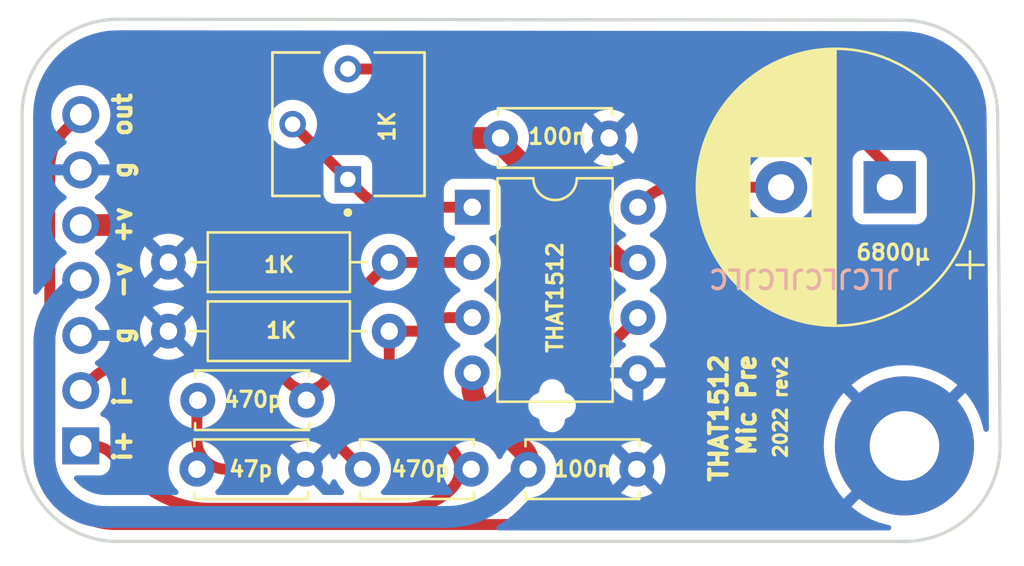
<source format=kicad_pcb>
(kicad_pcb (version 20211014) (generator pcbnew)
  (title_block (title "THAT1512 Mic Pre") (date "2022-04-22") (rev "2") (company "Triglav Modular"))
  (layers (0 "F.Cu" signal) (31 "B.Cu" signal) (34 "B.Paste" user) (35 "F.Paste" user) (36 "B.SilkS" user "B.Silkscreen") (37 "F.SilkS" user "F.Silkscreen") (38 "B.Mask" user) (39 "F.Mask" user) (44 "Edge.Cuts" user))
  (net 0 "")
  (net 1 "GND")
  (net 2 "Net-(C1-Pad1)")
  (net 3 "+In")
  (net 4 "-In")
  (net 5 "-15V")
  (net 6 "+15V")
  (net 7 "Net-(RV1-Pad3)")
  (net 8 "Net-(RV1-Pad1)")
  (net 9 "Out")
  (net 10 "Net-(U1-Pad8)")
  (footprint "Capacitor_THT:C_Disc_D5.0mm_W2.5mm_P5.00mm" (layer "F.Cu") (at 97.484315 70.3 180)
    (fp_text reference "C2" hide)
    (fp_text value "470p" (at 2.46 0.03) (layer "F.SilkS") (effects (font (size 0.7 0.7))))
    (fp_line (start 5.12 1.055) (end 5.12 1.37) (layer "F.SilkS") (width 0.12))
    (fp_line (start 5.12 -1.37) (end 5.12 -1.055) (layer "F.SilkS") (width 0.12))
    (fp_line (start -0.12 -1.37) (end 5.12 -1.37) (layer "F.SilkS") (width 0.12))
    (fp_line (start -0.12 1.37) (end 5.12 1.37) (layer "F.SilkS") (width 0.12))
    (fp_line (start -0.12 1.055) (end -0.12 1.37) (layer "F.SilkS") (width 0.12))
    (fp_line (start -0.12 -1.37) (end -0.12 -1.055) (layer "F.SilkS") (width 0.12))
    (pad "1" thru_hole circle locked (at 0 0 180) (size 1.6 1.6) (drill 0.8) (layers *.Cu *.Mask) (net 4 "-In"))
    (pad "2" thru_hole circle locked (at 5 0 180) (size 1.6 1.6) (drill 0.8) (layers *.Cu *.Mask) (net 2 "Net-(C1-Pad1)"))
  )
  (footprint "Capacitor_THT:C_Disc_D5.0mm_W2.5mm_P5.00mm" (layer "F.Cu") (at 92.444315 73.475)
    (fp_text reference "C3" hide)
    (fp_text value "47p" (at 2.48 -0.005) (layer "F.SilkS") (effects (font (size 0.7 0.7))))
    (fp_line (start 5.12 1.055) (end 5.12 1.37) (layer "F.SilkS") (width 0.12))
    (fp_line (start 5.12 -1.37) (end 5.12 -1.055) (layer "F.SilkS") (width 0.12))
    (fp_line (start -0.12 -1.37) (end 5.12 -1.37) (layer "F.SilkS") (width 0.12))
    (fp_line (start -0.12 -1.37) (end -0.12 -1.055) (layer "F.SilkS") (width 0.12))
    (fp_line (start -0.12 1.055) (end -0.12 1.37) (layer "F.SilkS") (width 0.12))
    (fp_line (start -0.12 1.37) (end 5.12 1.37) (layer "F.SilkS") (width 0.12))
    (pad "1" thru_hole circle locked (at 0 0) (size 1.6 1.6) (drill 0.8) (layers *.Cu *.Mask) (net 2 "Net-(C1-Pad1)"))
    (pad "2" thru_hole circle locked (at 5 0) (size 1.6 1.6) (drill 0.8) (layers *.Cu *.Mask) (net 1 "GND"))
  )
  (footprint "Package_DIP:DIP-8_W7.62mm" (layer "F.Cu") (at 105.114315 61.42)
    (fp_text reference "U1" hide)
    (fp_text value "THAT1512" (at 3.81 4.15 90) (layer "F.SilkS") (effects (font (size 0.7 0.7))))
    (fp_line (start 1.16 -1.33) (end 1.16 8.95) (layer "F.SilkS") (width 0.12))
    (fp_line (start 6.46 -1.33) (end 4.81 -1.33) (layer "F.SilkS") (width 0.12))
    (fp_line (start 2.81 -1.33) (end 1.16 -1.33) (layer "F.SilkS") (width 0.12))
    (fp_line (start 1.16 8.95) (end 6.46 8.95) (layer "F.SilkS") (width 0.12))
    (fp_line (start 6.46 8.95) (end 6.46 -1.33) (layer "F.SilkS") (width 0.12))
    (fp_arc (start 4.81 -1.33) (mid 3.81 -0.33) (end 2.81 -1.33) (layer "F.SilkS") (width 0.12))
    (pad "1" thru_hole rect locked (at 0 0) (size 1.6 1.6) (drill 0.8) (layers *.Cu *.Mask) (net 8 "Net-(RV1-Pad1)"))
    (pad "2" thru_hole oval locked (at 0 2.54) (size 1.6 1.6) (drill 0.8) (layers *.Cu *.Mask) (net 4 "-In"))
    (pad "3" thru_hole oval locked (at 0 5.08) (size 1.6 1.6) (drill 0.8) (layers *.Cu *.Mask) (net 3 "+In"))
    (pad "4" thru_hole oval locked (at 0 7.62) (size 1.6 1.6) (drill 0.8) (layers *.Cu *.Mask) (net 5 "-15V"))
    (pad "5" thru_hole oval locked (at 7.62 7.62) (size 1.6 1.6) (drill 0.8) (layers *.Cu *.Mask) (net 1 "GND"))
    (pad "6" thru_hole oval locked (at 7.62 5.08) (size 1.6 1.6) (drill 0.8) (layers *.Cu *.Mask) (net 9 "Out"))
    (pad "7" thru_hole oval locked (at 7.62 2.54) (size 1.6 1.6) (drill 0.8) (layers *.Cu *.Mask) (net 6 "+15V"))
    (pad "8" thru_hole oval locked (at 7.62 0) (size 1.6 1.6) (drill 0.8) (layers *.Cu *.Mask) (net 10 "Net-(U1-Pad8)"))
  )
  (footprint "MountingHole:MountingHole_3.2mm_M3_Pad" (layer "F.Cu") (at 125 72.4)
    (fp_text reference "H4" hide)
    (fp_text value "M3")
    (pad "1" thru_hole circle locked (at 0 0) (size 6.4 6.4) (drill 3.2) (layers *.Cu *.Mask) (net 1 "GND"))
  )
  (footprint "Resistor_THT:R_Axial_DIN0207_L6.3mm_D2.5mm_P10.16mm_Horizontal" (layer "F.Cu") (at 91.134315 67.125)
    (fp_text reference "R2" hide)
    (fp_text value "1K" (at 5.19 -0.032) (layer "F.SilkS") (effects (font (size 0.7 0.7))))
    (fp_line (start 8.35 -1.37) (end 1.81 -1.37) (layer "F.SilkS") (width 0.12))
    (fp_line (start 9.12 0) (end 8.35 0) (layer "F.SilkS") (width 0.12))
    (fp_line (start 1.81 -1.37) (end 1.81 1.37) (layer "F.SilkS") (width 0.12))
    (fp_line (start 8.35 1.37) (end 8.35 -1.37) (layer "F.SilkS") (width 0.12))
    (fp_line (start 1.81 1.37) (end 8.35 1.37) (layer "F.SilkS") (width 0.12))
    (fp_line (start 1.04 0) (end 1.81 0) (layer "F.SilkS") (width 0.12))
    (pad "1" thru_hole circle (at 0 0) (size 1.6 1.6) (drill 0.8) (layers *.Cu *.Mask) (net 1 "GND"))
    (pad "2" thru_hole oval (at 10.16 0) (size 1.6 1.6) (drill 0.8) (layers *.Cu *.Mask) (net 3 "+In"))
  )
  (footprint "Capacitor_THT:CP_Radial_D12.5mm_P5.00mm" (layer "F.Cu") (at 124.323959 60.5 180)
    (fp_text reference "C6" hide)
    (fp_text value "6800μ" (at -0.176041 -3 180) (layer "F.SilkS") (effects (font (size 0.7 0.7))))
    (fp_line (start 3.741 -6.209) (end 3.741 -1.44) (layer "F.SilkS") (width 0.12))
    (fp_line (start 3.901 -6.175) (end 3.901 -1.44) (layer "F.SilkS") (width 0.12))
    (fp_line (start 3.581 1.44) (end 3.581 6.238) (layer "F.SilkS") (width 0.12))
    (fp_line (start 5.261 -5.702) (end 5.261 -1.44) (layer "F.SilkS") (width 0.12))
    (fp_line (start 4.981 -5.828) (end 4.981 -1.44) (layer "F.SilkS") (width 0.12))
    (fp_line (start 8.661 -1.583) (end 8.661 1.583) (layer "F.SilkS") (width 0.12))
    (fp_line (start 7.941 -3.275) (end 7.941 3.275) (layer "F.SilkS") (width 0.12))
    (fp_line (start 6.861 -4.605) (end 6.861 4.605) (layer "F.SilkS") (width 0.12))
    (fp_line (start 2.58 -6.33) (end 2.58 6.33) (layer "F.SilkS") (width 0.12))
    (fp_line (start 6.101 -5.216) (end 6.101 -1.44) (layer "F.SilkS") (width 0.12))
    (fp_line (start 4.701 -5.939) (end 4.701 -1.44) (layer "F.SilkS") (width 0.12))
    (fp_line (start 8.101 -2.996) (end 8.101 2.996) (layer "F.SilkS") (width 0.12))
    (fp_line (start 4.461 1.44) (end 4.461 6.021) (layer "F.SilkS") (width 0.12))
    (fp_line (start 8.701 -1.422) (end 8.701 1.422) (layer "F.SilkS") (width 0.12))
    (fp_line (start 5.461 -5.601) (end 5.461 -1.44) (layer "F.SilkS") (width 0.12))
    (fp_line (start 4.781 -5.908) (end 4.781 -1.44) (layer "F.SilkS") (width 0.12))
    (fp_line (start 8.141 -2.921) (end 8.141 2.921) (layer "F.SilkS") (width 0.12))
    (fp_line (start 4.581 -5.981) (end 4.581 -1.44) (layer "F.SilkS") (width 0.12))
    (fp_line (start 3.301 -6.28) (end 3.301 6.28) (layer "F.SilkS") (width 0.12))
    (fp_line (start 4.381 -6.047) (end 4.381 -1.44) (layer "F.SilkS") (width 0.12))
    (fp_line (start 4.341 -6.059) (end 4.341 -1.44) (layer "F.SilkS") (width 0.12))
    (fp_line (start 3.461 -6.258) (end 3.461 6.258) (layer "F.SilkS") (width 0.12))
    (fp_line (start 5.381 -5.642) (end 5.381 -1.44) (layer "F.SilkS") (width 0.12))
    (fp_line (start 5.821 -5.397) (end 5.821 -1.44) (layer "F.SilkS") (width 0.12))
    (fp_line (start 2.9 -6.318) (end 2.9 6.318) (layer "F.SilkS") (width 0.12))
    (fp_line (start 2.98 -6.312) (end 2.98 6.312) (layer "F.SilkS") (width 0.12))
    (fp_line (start 3.1 -6.302) (end 3.1 6.302) (layer "F.SilkS") (width 0.12))
    (fp_line (start 7.061 -4.408) (end 7.061 4.408) (layer "F.SilkS") (width 0.12))
    (fp_line (start 8.821 -0.757) (end 8.821 0.757) (layer "F.SilkS") (width 0.12))
    (fp_line (start 7.861 -3.402) (end 7.861 3.402) (layer "F.SilkS") (width 0.12))
    (fp_line (start 6.061 -5.243) (end 6.061 -1.44) (layer "F.SilkS") (width 0.12))
    (fp_line (start 5.541 1.44) (end 5.541 5.558) (layer "F.SilkS") (width 0.12))
    (fp_line (start 4.741 -5.924) (end 4.741 -1.44) (layer "F.SilkS") (width 0.12))
    (fp_line (start 6.981 -4.489) (end 6.981 4.489) (layer "F.SilkS") (width 0.12))
    (fp_line (start 8.581 -1.861) (end 8.581 1.861) (layer "F.SilkS") (width 0.12))
    (fp_line (start 3.941 1.44) (end 3.941 6.166) (layer "F.SilkS") (width 0.12))
    (fp_line (start 7.101 -4.367) (end 7.101 4.367) (layer "F.SilkS") (width 0.12))
    (fp_line (start 5.461 1.44) (end 5.461 5.601) (layer "F.SilkS") (width 0.12))
    (fp_line (start 5.181 1.44) (end 5.181 5.739) (layer "F.SilkS") (width 0.12))
    (fp_line (start 8.861 -0.317) (end 8.861 0.317) (layer "F.SilkS") (width 0.12))
    (fp_line (start 8.221 -2.764) (end 8.221 2.764) (layer "F.SilkS") (width 0.12))
    (fp_line (start 5.341 -5.662) (end 5.341 -1.44) (layer "F.SilkS") (width 0.12))
    (fp_line (start 6.141 1.44) (end 6.141 5.188) (layer "F.SilkS") (width 0.12))
    (fp_line (start 3.18 -6.294) (end 3.18 6.294) (layer "F.SilkS") (width 0.12))
    (fp_line (start 4.621 -5.967) (end 4.621 -1.44) (layer "F.SilkS") (width 0.12))
    (fp_line (start 6.381 -5.012) (end 6.381 -1.44) (layer "F.SilkS") (width 0.12))
    (fp_line (start 8.741 -1.241) (end 8.741 1.241) (layer "F.SilkS") (width 0.12))
    (fp_line (start 5.661 -5.491) (end 5.661 -1.44) (layer "F.SilkS") (width 0.12))
    (fp_line (start 5.421 1.44) (end 5.421 5.622) (layer "F.SilkS") (width 0.12))
    (fp_line (start 5.221 1.44) (end 5.221 5.721) (layer "F.SilkS") (width 0.12))
    (fp_line (start 4.861 1.44) (end 4.861 5.877) (layer "F.SilkS") (width 0.12))
    (fp_line (start 3.621 1.44) (end 3.621 6.231) (layer "F.SilkS") (width 0.12))
    (fp_line (start 3.701 -6.216) (end 3.701 -1.44) (layer "F.SilkS") (width 0.12))
    (fp_line (start 5.861 -5.372) (end 5.861 -1.44) (layer "F.SilkS") (width 0.12))
    (fp_line (start 4.981 1.44) (end 4.981 5.828) (layer "F.SilkS") (width 0.12))
    (fp_line (start 4.781 1.44) (end 4.781 5.908) (layer "F.SilkS") (width 0.12))
    (fp_line (start 6.341 1.44) (end 6.341 5.043) (layer "F.SilkS") (width 0.12))
    (fp_line (start -3.692082 -4.2) (end -3.692082 -2.95) (layer "F.SilkS") (width 0.12))
    (fp_line (start 5.621 1.44) (end 5.621 5.514) (layer "F.SilkS") (width 0.12))
    (fp_line (start 4.941 1.44) (end 4.941 5.845) (layer "F.SilkS") (width 0.12))
    (fp_line (start 8.781 -1.028) (end 8.781 1.028) (layer "F.SilkS") (width 0.12))
    (fp_line (start 5.621 -5.514) (end 5.621 -1.44) (layer "F.SilkS") (width 0.12))
    (fp_line (start 4.421 1.44) (end 4.421 6.034) (layer "F.SilkS") (width 0.12))
    (fp_line (start 5.101 -5.776) (end 5.101 -1.44) (layer "F.SilkS") (width 0.12))
    (fp_line (start 6.421 1.44) (end 6.421 4.982) (layer "F.SilkS") (width 0.12))
    (fp_line (start 7.741 -3.583) (end 7.741 3.583) (layer "F.SilkS") (width 0.12))
    (fp_line (start 3.02 -6.309) (end 3.02 6.309) (layer "F.SilkS") (width 0.12))
    (fp_line (start 7.261 -4.194) (end 7.261 4.194) (layer "F.SilkS") (width 0.12))
    (fp_line (start 6.101 1.44) (end 6.101 5.216) (layer "F.SilkS") (width 0.12))
    (fp_line (start 4.061 -6.137) (end 4.061 -1.44) (layer "F.SilkS") (width 0.12))
    (fp_line (start 6.261 1.44) (end 6.261 5.102) (layer "F.SilkS") (width 0.12))
    (fp_line (start 5.901 -5.347) (end 5.901 -1.44) (layer "F.SilkS") (width 0.12))
    (fp_line (start 8.421 -2.312) (end 8.421 2.312) (layer "F.SilkS") (width 0.12))
    (fp_line (start 4.061 1.44) (end 4.061 6.137) (layer "F.SilkS") (width 0.12))
    (fp_line (start 7.341 -4.102) (end 7.341 4.102) (layer "F.SilkS") (width 0.12))
    (fp_line (start 3.981 1.44) (end 3.981 6.156) (layer "F.SilkS") (width 0.12))
    (fp_line (start 4.261 1.44) (end 4.261 6.083) (layer "F.SilkS") (width 0.12))
    (fp_line (start 5.941 1.44) (end 5.941 5.322) (layer "F.SilkS") (width 0.12))
    (fp_line (start 5.301 -5.682) (end 5.301 -1.44) (layer "F.SilkS") (width 0.12))
    (fp_line (start 4.301 -6.071) (end 4.301 -1.44) (layer "F.SilkS") (width 0.12))
    (fp_line (start 4.741 1.44) (end 4.741 5.924) (layer "F.SilkS") (width 0.12))
    (fp_line (start 5.061 -5.793) (end 5.061 -1.44) (layer "F.SilkS") (width 0.12))
    (fp_line (start 4.021 -6.146) (end 4.021 -1.44) (layer "F.SilkS") (width 0.12))
    (fp_line (start 5.821 1.44) (end 5.821 5.397) (layer "F.SilkS") (width 0.12))
    (fp_line (start 7.581 -3.804) (end 7.581 3.804) (layer "F.SilkS") (width 0.12))
    (fp_line (start 3.261 -6.285) (end 3.261 6.285) (layer "F.SilkS") (width 0.12))
    (fp_line (start -4.317082 -3.575) (end -3.067082 -3.575) (layer "F.SilkS") (width 0.12))
    (fp_line (start 4.661 -5.953) (end 4.661 -1.44) (layer "F.SilkS") (width 0.12))
    (fp_line (start 7.701 -3.64) (end 7.701 3.64) (layer "F.SilkS") (width 0.12))
    (fp_line (start 5.141 -5.758) (end 5.141 -1.44) (layer "F.SilkS") (width 0.12))
    (fp_line (start 6.221 1.44) (end 6.221 5.131) (layer "F.SilkS") (width 0.12))
    (fp_line (start 7.301 -4.148) (end 7.301 4.148) (layer "F.SilkS") (width 0.12))
    (fp_line (start 3.781 -6.201) (end 3.781 -1.44) (layer "F.SilkS") (width 0.12))
    (fp_line (start 5.901 1.44) (end 5.901 5.347) (layer "F.SilkS") (width 0.12))
    (fp_line (start 3.861 -6.184) (end 3.861 -1.44) (layer "F.SilkS") (width 0.12))
    (fp_line (start 6.581 -4.852) (end 6.581 4.852) (layer "F.SilkS") (width 0.12))
    (fp_line (start 5.221 -5.721) (end 5.221 -1.44) (layer "F.SilkS") (width 0.12))
    (fp_line (start 3.981 -6.156) (end 3.981 -1.44) (layer "F.SilkS") (width 0.12))
    (fp_line (start 5.541 -5.558) (end 5.541 -1.44) (layer "F.SilkS") (width 0.12))
    (fp_line (start 6.941 -4.528) (end 6.941 4.528) (layer "F.SilkS") (width 0.12))
    (fp_line (start 5.381 1.44) (end 5.381 5.642) (layer "F.SilkS") (width 0.12))
    (fp_line (start 5.661 1.44) (end 5.661 5.491) (layer "F.SilkS") (width 0.12))
    (fp_line (start 7.461 -3.957) (end 7.461 3.957) (layer "F.SilkS") (width 0.12))
    (fp_line (start 6.781 -4.678) (end 6.781 4.678) (layer "F.SilkS") (width 0.12))
    (fp_line (start 4.341 1.44) (end 4.341 6.059) (layer "F.SilkS") (width 0.12))
    (fp_line (start 4.301 1.44) (end 4.301 6.071) (layer "F.SilkS") (width 0.12))
    (fp_line (start 7.181 -4.282) (end 7.181 4.282) (layer "F.SilkS") (width 0.12))
    (fp_line (start 4.901 1.44) (end 4.901 5.861) (layer "F.SilkS") (width 0.12))
    (fp_line (start 5.581 -5.536) (end 5.581 -1.44) (layer "F.SilkS") (width 0.12))
    (fp_line (start 6.181 1.44) (end 6.181 5.16) (layer "F.SilkS") (width 0.12))
    (fp_line (start 6.501 -4.918) (end 6.501 4.918) (layer "F.SilkS") (width 0.12))
    (fp_line (start 5.581 1.44) (end 5.581 5.536) (layer "F.SilkS") (width 0.12))
    (fp_line (start 7.981 -3.208) (end 7.981 3.208) (layer "F.SilkS") (width 0.12))
    (fp_line (start 6.061 1.44) (end 6.061 5.243) (layer "F.SilkS") (width 0.12))
    (fp_line (start 7.821 -3.464) (end 7.821 3.464) (layer "F.SilkS") (width 0.12))
    (fp_line (start 6.141 -5.188) (end 6.141 -1.44) (layer "F.SilkS") (width 0.12))
    (fp_line (start 8.061 -3.069) (end 8.061 3.069) (layer "F.SilkS") (width 0.12))
    (fp_line (start 7.021 -4.449) (end 7.021 4.449) (layer "F.SilkS") (width 0.12))
    (fp_line (start 2.7 -6.327) (end 2.7 6.327) (layer "F.SilkS") (width 0.12))
    (fp_line (start 4.101 -6.126) (end 4.101 -1.44) (layer "F.SilkS") (width 0.12))
    (fp_line (start 4.461 -6.021) (end 4.461 -1.44) (layer "F.SilkS") (width 0.12))
    (fp_line (start 5.021 -5.811) (end 5.021 -1.44) (layer "F.SilkS") (width 0.12))
    (fp_line (start 4.501 -6.008) (end 4.501 -1.44) (layer "F.SilkS") (width 0.12))
    (fp_line (start 7.901 -3.339) (end 7.901 3.339) (layer "F.SilkS") (width 0.12))
    (fp_line (start 4.181 1.44) (end 4.181 6.105) (layer "F.SilkS") (width 0.12))
    (fp_line (start 6.661 -4.785) (end 6.661 4.785) (layer "F.SilkS") (width 0.12))
    (fp_line (start 8.341 -2.504) (end 8.341 2.504) (layer "F.SilkS") (width 0.12))
    (fp_line (start 2.74 -6.326) (end 2.74 6.326) (layer "F.SilkS") (width 0.12))
    (fp_line (start 5.141 1.44) (end 5.141 5.758) (layer "F.SilkS") (width 0.12))
    (fp_line (start 7.221 -4.238) (end 7.221 4.238) (layer "F.SilkS") (width 0.12))
    (fp_line (start 4.221 1.44) (end 4.221 6.094) (layer "F.SilkS") (width 0.12))
    (fp_line (start 6.181 -5.16) (end 6.181 -1.44) (layer "F.SilkS") (width 0.12))
    (fp_line (start 7.661 -3.696) (end 7.661 3.696) (layer "F.SilkS") (width 0.12))
    (fp_line (start 3.501 -6.252) (end 3.501 6.252) (layer "F.SilkS") (width 0.12))
    (fp_line (start 4.621 1.44) (end 4.621 5.967) (layer "F.SilkS") (width 0.12))
    (fp_line (start 5.781 1.44) (end 5.781 5.421) (layer "F.SilkS") (width 0.12))
    (fp_line (start 2.78 -6.324) (end 2.78 6.324) (layer "F.SilkS") (width 0.12))
    (fp_line (start 5.781 -5.421) (end 5.781 -1.44) (layer "F.SilkS") (width 0.12))
    (fp_line (start 8.501 -2.1) (end 8.501 2.1) (layer "F.SilkS") (width 0.12))
    (fp_line (start 2.62 -6.329) (end 2.62 6.329) (layer "F.SilkS") (width 0.12))
    (fp_line (start 3.941 -6.166) (end 3.941 -1.44) (layer "F.SilkS") (width 0.12))
    (fp_line (start 7.621 -3.75) (end 7.621 3.75) (layer "F.SilkS") (width 0.12))
    (fp_line (start 3.701 1.44) (end 3.701 6.216) (layer "F.SilkS") (width 0.12))
    (fp_line (start 3.781 1.44) (end 3.781 6.201) (layer "F.SilkS") (width 0.12))
    (fp_line (start 8.541 -1.984) (end 8.541 1.984) (layer "F.SilkS") (width 0.12))
    (fp_line (start 3.661 -6.224) (end 3.661 -1.44) (layer "F.SilkS") (width 0.12))
    (fp_line (start 5.861 1.44) (end 5.861 5.372) (layer "F.SilkS") (width 0.12))
    (fp_line (start 8.021 -3.14) (end 8.021 3.14) (layer "F.SilkS") (width 0.12))
    (fp_line (start 6.341 -5.043) (end 6.341 -1.44) (layer "F.SilkS") (width 0.12))
    (fp_line (start 4.101 1.44) (end 4.101 6.126) (layer "F.SilkS") (width 0.12))
    (fp_line (start 6.901 -4.567) (end 6.901 4.567) (layer "F.SilkS") (width 0.12))
    (fp_line (start 4.261 -6.083) (end 4.261 -1.44) (layer "F.SilkS") (width 0.12))
    (fp_line (start 6.021 1.44) (end 6.021 5.27) (layer "F.SilkS") (width 0.12))
    (fp_line (start 2.94 -6.315) (end 2.94 6.315) (layer "F.SilkS") (width 0.12))
    (fp_line (start 5.701 1.44) (end 5.701 5.468) (layer "F.SilkS") (width 0.12))
    (fp_line (start 7.381 -4.055) (end 7.381 4.055) (layer "F.SilkS") (width 0.12))
    (fp_line (start 7.421 -4.007) (end 7.421 4.007) (layer "F.SilkS") (width 0.12))
    (fp_line (start 4.581 1.44) (end 4.581 5.981) (layer "F.SilkS") (width 0.12))
    (fp_line (start 4.021 1.44) (end 4.021 6.146) (layer "F.SilkS") (width 0.12))
    (fp_line (start 5.981 1.44) (end 5.981 5.296) (layer "F.SilkS") (width 0.12))
    (fp_line (start 4.141 1.44) (end 4.141 6.116) (layer "F.SilkS") (width 0.12))
    (fp_line (start 4.701 1.44) (end 4.701 5.939) (layer "F.SilkS") (width 0.12))
    (fp_line (start 5.341 1.44) (end 5.341 5.662) (layer "F.SilkS") (width 0.12))
    (fp_line (start 8.461 -2.209) (end 8.461 2.209) (layer "F.SilkS") (width 0.12))
    (fp_line (start 3.821 -6.192) (end 3.821 -1.44) (layer "F.SilkS") (width 0.12))
    (fp_line (start 4.821 1.44) (end 4.821 5.893) (layer "F.SilkS") (width 0.12))
    (fp_line (start 4.501 1.44) (end 4.501 6.008) (layer "F.SilkS") (width 0.12))
    (fp_line (start 6.221 -5.131) (end 6.221 -1.44) (layer "F.SilkS") (width 0.12))
    (fp_line (start 5.061 1.44) (end 5.061 5.793) (layer "F.SilkS") (width 0.12))
    (fp_line (start 3.861 1.44) (end 3.861 6.184) (layer "F.SilkS") (width 0.12))
    (fp_line (start 4.421 -6.034) (end 4.421 -1.44) (layer "F.SilkS") (width 0.12))
    (fp_line (start 5.741 -5.445) (end 5.741 -1.44) (layer "F.SilkS") (width 0.12))
    (fp_line (start 5.701 -5.468) (end 5.701 -1.44) (layer "F.SilkS") (width 0.12))
    (fp_line (start 8.381 -2.41) (end 8.381 2.41) (layer "F.SilkS") (width 0.12))
    (fp_line (start 5.021 1.44) (end 5.021 5.811) (layer "F.SilkS") (width 0.12))
    (fp_line (start 3.221 -6.29) (end 3.221 6.29) (layer "F.SilkS") (width 0.12))
    (fp_line (start 3.621 -6.231) (end 3.621 -1.44) (layer "F.SilkS") (width 0.12))
    (fp_line (start 2.66 -6.328) (end 2.66 6.328) (layer "F.SilkS") (width 0.12))
    (fp_line (start 5.981 -5.296) (end 5.981 -1.44) (layer "F.SilkS") (width 0.12))
    (fp_line (start 8.301 -2.594) (end 8.301 2.594) (layer "F.SilkS") (width 0.12))
    (fp_line (start 5.181 -5.739) (end 5.181 -1.44) (layer "F.SilkS") (width 0.12))
    (fp_line (start 6.381 1.44) (end 6.381 5.012) (layer "F.SilkS") (width 0.12))
    (fp_line (start 6.821 -4.642) (end 6.821 4.642) (layer "F.SilkS") (width 0.12))
    (fp_line (start 4.661 1.44) (end 4.661 5.953) (layer "F.SilkS") (width 0.12))
    (fp_line (start 2.54 -6.33) (end 2.54 6.33) (layer "F.SilkS") (width 0.12))
    (fp_line (start 6.541 -4.885) (end 6.541 4.885) (layer "F.SilkS") (width 0.12))
    (fp_line (start 3.661 1.44) (end 3.661 6.224) (layer "F.SilkS") (width 0.12))
    (fp_line (start 5.261 1.44) (end 5.261 5.702) (layer "F.SilkS") (width 0.12))
    (fp_line (start 2.86 -6.32) (end 2.86 6.32) (layer "F.SilkS") (width 0.12))
    (fp_line (start 3.341 -6.275) (end 3.341 6.275) (layer "F.SilkS") (width 0.12))
    (fp_line (start 6.421 -4.982) (end 6.421 -1.44) (layer "F.SilkS") (width 0.12))
    (fp_line (start 4.541 1.44) (end 4.541 5.995) (layer "F.SilkS") (width 0.12))
    (fp_line (start 3.741 1.44) (end 3.741 6.209) (layer "F.SilkS") (width 0.12))
    (fp_line (start 2.5 -6.33) (end 2.5 6.33) (layer "F.SilkS") (width 0.12))
    (fp_line (start 6.301 -5.073) (end 6.301 -1.44) (layer "F.SilkS") (width 0.12))
    (fp_line (start 3.421 -6.264) (end 3.421 6.264) (layer "F.SilkS") (width 0.12))
    (fp_line (start 5.741 1.44) (end 5.741 5.445) (layer "F.SilkS") (width 0.12))
    (fp_line (start 6.741 -4.714) (end 6.741 4.714) (layer "F.SilkS") (width 0.12))
    (fp_line (start 4.821 -5.893) (end 4.821 -1.44) (layer "F.SilkS") (width 0.12))
    (fp_line (start 7.781 -3.524) (end 7.781 3.524) (layer "F.SilkS") (width 0.12))
    (fp_line (start 4.941 -5.845) (end 4.941 -1.44) (layer "F.SilkS") (width 0.12))
    (fp_line (start 4.901 -5.861) (end 4.901 -1.44) (layer "F.SilkS") (width 0.12))
    (fp_line (start 6.621 -4.819) (end 6.621 4.819) (layer "F.SilkS") (width 0.12))
    (fp_line (start 4.141 -6.116) (end 4.141 -1.44) (layer "F.SilkS") (width 0.12))
    (fp_line (start 5.501 1.44) (end 5.501 5.58) (layer "F.SilkS") (width 0.12))
    (fp_line (start 5.941 -5.322) (end 5.941 -1.44) (layer "F.SilkS") (width 0.12))
    (fp_line (start 5.501 -5.58) (end 5.501 -1.44) (layer "F.SilkS") (width 0.12))
    (fp_line (start 7.141 -4.325) (end 7.141 4.325) (layer "F.SilkS") (width 0.12))
    (fp_line (start 3.581 -6.238) (end 3.581 -1.44) (layer "F.SilkS") (width 0.12))
    (fp_line (start 7.501 -3.907) (end 7.501 3.907) (layer "F.SilkS") (width 0.12))
    (fp_line (start 6.021 -5.27) (end 6.021 -1.44) (layer "F.SilkS") (width 0.12))
    (fp_line (start 6.301 1.44) (end 6.301 5.073) (layer "F.SilkS") (width 0.12))
    (fp_line (start 3.06 -6.306) (end 3.06 6.306) (layer "F.SilkS") (width 0.12))
    (fp_line (start 4.181 -6.105) (end 4.181 -1.44) (layer "F.SilkS") (width 0.12))
    (fp_line (start 6.261 -5.102) (end 6.261 -1.44) (layer "F.SilkS") (width 0.12))
    (fp_line (start 8.181 -2.844) (end 8.181 2.844) (layer "F.SilkS") (width 0.12))
    (fp_line (start 8.261 -2.681) (end 8.261 2.681) (layer "F.SilkS") (width 0.12))
    (fp_line (start 3.901 1.44) (end 3.901 6.175) (layer "F.SilkS") (width 0.12))
    (fp_line (start 4.541 -5.995) (end 4.541 -1.44) (layer "F.SilkS") (width 0.12))
    (fp_line (start 3.821 1.44) (end 3.821 6.192) (layer "F.SilkS") (width 0.12))
    (fp_line (start 2.82 -6.322) (end 2.82 6.322) (layer "F.SilkS") (width 0.12))
    (fp_line (start 6.461 -4.95) (end 6.461 4.95) (layer "F.SilkS") (width 0.12))
    (fp_line (start 5.421 -5.622) (end 5.421 -1.44) (layer "F.SilkS") (width 0.12))
    (fp_line (start 4.381 1.44) (end 4.381 6.047) (layer "F.SilkS") (width 0.12))
    (fp_line (start 4.861 -5.877) (end 4.861 -1.44) (layer "F.SilkS") (width 0.12))
    (fp_line (start 7.541 -3.856) (end 7.541 3.856) (layer "F.SilkS") (width 0.12))
    (fp_line (start 5.301 1.44) (end 5.301 5.682) (layer "F.SilkS") (width 0.12))
    (fp_line (start 8.621 -1.728) (end 8.621 1.728) (layer "F.SilkS") (width 0.12))
    (fp_line (start 6.701 -4.75) (end 6.701 4.75) (layer "F.SilkS") (width 0.12))
    (fp_line (start 3.14 -6.298) (end 3.14 6.298) (layer "F.SilkS") (width 0.12))
    (fp_line (start 4.221 -6.094) (end 4.221 -1.44) (layer "F.SilkS") (width 0.12))
    (fp_line (start 5.101 1.44) (end 5.101 5.776) (layer "F.SilkS") (width 0.12))
    (fp_line (start 3.541 -6.245) (end 3.541 6.245) (layer "F.SilkS") (width 0.12))
    (fp_line (start 3.381 -6.269) (end 3.381 6.269) (layer "F.SilkS") (width 0.12))
    (fp_circle (center 2.5 0) (end 8.87 0) (layer "F.SilkS") (width 0.12) (fill none))
    (pad "1" thru_hole rect locked (at 0 0 180) (size 2.4 2.4) (drill 1.2) (layers *.Cu *.Mask) (net 7 "Net-(RV1-Pad3)"))
    (pad "2" thru_hole circle locked (at 5 0 180) (size 2.4 2.4) (drill 1.2) (layers *.Cu *.Mask) (net 10 "Net-(U1-Pad8)"))
  )
  (footprint "Capacitor_THT:C_Disc_D5.0mm_W2.5mm_P5.00mm" (layer "F.Cu") (at 112.684315 73.475 180)
    (fp_text reference "C4" hide)
    (fp_text value "100n" (at 2.5 0.005) (layer "F.SilkS") (effects (font (size 0.7 0.7))))
    (fp_line (start 5.12 -1.37) (end 5.12 -1.055) (layer "F.SilkS") (width 0.12))
    (fp_line (start 5.12 1.055) (end 5.12 1.37) (layer "F.SilkS") (width 0.12))
    (fp_line (start -0.12 -1.37) (end 5.12 -1.37) (layer "F.SilkS") (width 0.12))
    (fp_line (start -0.12 1.37) (end 5.12 1.37) (layer "F.SilkS") (width 0.12))
    (fp_line (start -0.12 1.055) (end -0.12 1.37) (layer "F.SilkS") (width 0.12))
    (fp_line (start -0.12 -1.37) (end -0.12 -1.055) (layer "F.SilkS") (width 0.12))
    (pad "1" thru_hole circle (at 0 0 180) (size 1.6 1.6) (drill 0.8) (layers *.Cu *.Mask) (net 1 "GND"))
    (pad "2" thru_hole circle (at 5 0 180) (size 1.6 1.6) (drill 0.8) (layers *.Cu *.Mask) (net 5 "-15V"))
  )
  (footprint "Resistor_THT:R_Axial_DIN0207_L6.3mm_D2.5mm_P10.16mm_Horizontal" (layer "F.Cu") (at 91.134315 63.95)
    (fp_text reference "R1" hide)
    (fp_text value "1K" (at 5.09 0.12) (layer "F.SilkS") (effects (font (size 0.7 0.7))))
    (fp_line (start 8.35 -1.37) (end 1.81 -1.37) (layer "F.SilkS") (width 0.12))
    (fp_line (start 1.81 1.37) (end 8.35 1.37) (layer "F.SilkS") (width 0.12))
    (fp_line (start 1.81 -1.37) (end 1.81 1.37) (layer "F.SilkS") (width 0.12))
    (fp_line (start 8.35 1.37) (end 8.35 -1.37) (layer "F.SilkS") (width 0.12))
    (fp_line (start 1.04 0) (end 1.81 0) (layer "F.SilkS") (width 0.12))
    (fp_line (start 9.12 0) (end 8.35 0) (layer "F.SilkS") (width 0.12))
    (pad "1" thru_hole circle (at 0 0) (size 1.6 1.6) (drill 0.8) (layers *.Cu *.Mask) (net 1 "GND"))
    (pad "2" thru_hole oval (at 10.16 0) (size 1.6 1.6) (drill 0.8) (layers *.Cu *.Mask) (net 4 "-In"))
  )
  (footprint "Capacitor_THT:C_Disc_D5.0mm_W2.5mm_P5.00mm" (layer "F.Cu") (at 100.064315 73.475)
    (fp_text reference "C1" hide)
    (fp_text value "470p" (at 2.66 -0.005) (layer "F.SilkS") (effects (font (size 0.7 0.7))))
    (fp_line (start 5.12 1.055) (end 5.12 1.37) (layer "F.SilkS") (width 0.12))
    (fp_line (start 5.12 -1.37) (end 5.12 -1.055) (layer "F.SilkS") (width 0.12))
    (fp_line (start -0.12 -1.37) (end 5.12 -1.37) (layer "F.SilkS") (width 0.12))
    (fp_line (start -0.12 1.055) (end -0.12 1.37) (layer "F.SilkS") (width 0.12))
    (fp_line (start -0.12 1.37) (end 5.12 1.37) (layer "F.SilkS") (width 0.12))
    (fp_line (start -0.12 -1.37) (end -0.12 -1.055) (layer "F.SilkS") (width 0.12))
    (pad "1" thru_hole circle (at 0 0) (size 1.6 1.6) (drill 0.8) (layers *.Cu *.Mask) (net 2 "Net-(C1-Pad1)"))
    (pad "2" thru_hole circle (at 5 0) (size 1.6 1.6) (drill 0.8) (layers *.Cu *.Mask) (net 3 "+In"))
  )
  (footprint "Connector_PinHeader_2.54mm:PinHeader_1x07_P2.54mm_Vertical" (layer "F.Cu") (at 87.1 72.4 180)
    (fp_text reference "J1" hide)
    (fp_text value "Conn_01x07_Female" hide)
    (pad "1" thru_hole rect (at 0 0 180) (size 1.7 1.7) (drill 1) (layers *.Cu *.Mask) (net 3 "+In"))
    (pad "2" thru_hole oval (at 0 2.54 180) (size 1.7 1.7) (drill 1) (layers *.Cu *.Mask) (net 4 "-In"))
    (pad "3" thru_hole oval (at 0 5.08 180) (size 1.7 1.7) (drill 1) (layers *.Cu *.Mask) (net 1 "GND"))
    (pad "4" thru_hole oval (at 0 7.62 180) (size 1.7 1.7) (drill 1) (layers *.Cu *.Mask) (net 5 "-15V"))
    (pad "5" thru_hole oval (at 0 10.16 180) (size 1.7 1.7) (drill 1) (layers *.Cu *.Mask) (net 6 "+15V"))
    (pad "6" thru_hole oval (at 0 12.7 180) (size 1.7 1.7) (drill 1) (layers *.Cu *.Mask) (net 1 "GND"))
    (pad "7" thru_hole oval (at 0 15.24 180) (size 1.7 1.7) (drill 1) (layers *.Cu *.Mask) (net 9 "Out"))
  )
  (footprint "Capacitor_THT:C_Disc_D5.0mm_W2.5mm_P5.00mm" (layer "F.Cu") (at 111.414315 58.235 180)
    (fp_text reference "C5" hide)
    (fp_text value "100n" (at 2.39 0.065) (layer "F.SilkS") (effects (font (size 0.7 0.7))))
    (fp_line (start -0.12 -1.37) (end 5.12 -1.37) (layer "F.SilkS") (width 0.12))
    (fp_line (start -0.12 1.055) (end -0.12 1.37) (layer "F.SilkS") (width 0.12))
    (fp_line (start 5.12 1.055) (end 5.12 1.37) (layer "F.SilkS") (width 0.12))
    (fp_line (start -0.12 -1.37) (end -0.12 -1.055) (layer "F.SilkS") (width 0.12))
    (fp_line (start -0.12 1.37) (end 5.12 1.37) (layer "F.SilkS") (width 0.12))
    (fp_line (start 5.12 -1.37) (end 5.12 -1.055) (layer "F.SilkS") (width 0.12))
    (pad "1" thru_hole circle (at 0 0 180) (size 1.6 1.6) (drill 0.8) (layers *.Cu *.Mask) (net 1 "GND"))
    (pad "2" thru_hole circle (at 5 0 180) (size 1.6 1.6) (drill 0.8) (layers *.Cu *.Mask) (net 6 "+15V"))
  )
  (footprint "Trimmer:TRIM_3362P-1-103" (layer "F.Cu") (at 99.389315 57.6 90)
    (fp_text reference "RV1" hide)
    (fp_text value "1K" (at -0.1 1.810685 90) (layer "F.SilkS") (effects (font (size 0.7 0.7))))
    (fp_line (start 3.3 1.235) (end 3.3 3.52) (layer "F.SilkS") (width 0.127))
    (fp_line (start -3.3 3.52) (end -3.3 1.235) (layer "F.SilkS") (width 0.127))
    (fp_line (start -3.3 -3.47) (end 3.3 -3.47) (layer "F.SilkS") (width 0.127))
    (fp_line (start 3.3 3.53) (end -3.3 3.53) (layer "F.SilkS") (width 0.127))
    (fp_line (start -3.3 -1.305) (end -3.3 -3.47) (layer "F.SilkS") (width 0.127))
    (fp_line (start 3.3 -3.47) (end 3.3 -1.305) (layer "F.SilkS") (width 0.127))
    (fp_circle (center -4.064 0) (end -3.964 0) (layer "F.SilkS") (width 0.2) (fill none))
    (pad "1" thru_hole rect (at -2.54 0 90) (size 1.222 1.222) (drill 0.714) (layers *.Cu *.Mask) (net 8 "Net-(RV1-Pad1)"))
    (pad "2" thru_hole circle (at 0 -2.54 90) (size 1.222 1.222) (drill 0.714) (layers *.Cu *.Mask) (net 8 "Net-(RV1-Pad1)"))
    (pad "3" thru_hole circle (at 2.54 0 90) (size 1.222 1.222) (drill 0.714) (layers *.Cu *.Mask) (net 7 "Net-(RV1-Pad3)"))
  )
  (gr_arc (start 84.4 57.17) (mid 85.68873 54.05873) (end 88.8 52.77) (layer "Edge.Cuts") (width 0.15))
  (gr_arc (start 124.888731 52.81127) (mid 128.000001 54.1) (end 129.288731 57.21127) (layer "Edge.Cuts") (width 0.15))
  (gr_line (start 84.4 57.17) (end 84.4 72.4) (layer "Edge.Cuts") (width 0.15))
  (gr_line (start 124.888731 52.81127) (end 88.8 52.77) (layer "Edge.Cuts") (width 0.15))
  (gr_line (start 88.8 76.8) (end 124.999997 76.800003) (layer "Edge.Cuts") (width 0.15))
  (gr_arc (start 129.399997 72.400003) (mid 128.111267 75.511273) (end 124.999997 76.800003) (layer "Edge.Cuts") (width 0.15))
  (gr_arc (start 88.8 76.8) (mid 85.68873 75.51127) (end 84.4 72.4) (layer "Edge.Cuts") (width 0.15))
  (gr_line (start 129.288731 57.21127) (end 129.399997 72.400003) (layer "Edge.Cuts") (width 0.15))
  (gr_text "JLCJLCJLCJLC" (at 120.4 64.7 180) (layer "B.SilkS") (effects (font (size 0.85 0.85) (thickness 0.16))))
  (gr_text "i-" (at 89.024315 69.86 90) (layer "F.SilkS") (effects (font (size 0.8 0.8) (thickness 0.2))))
  (gr_text "i+" (at 89.024315 72.4 90) (layer "F.SilkS") (effects (font (size 0.8 0.8) (thickness 0.2))))
  (gr_text "out" (at 89.024315 57.16 90) (layer "F.SilkS") (effects (font (size 0.8 0.8) (thickness 0.2))))
  (gr_text "g" (at 89.024315 67.32 90) (layer "F.SilkS") (effects (font (size 0.8 0.8) (thickness 0.2))))
  (gr_text "THAT1512\nMic Pre" (at 117.1 68.1 90) (layer "F.SilkS") (effects (font (size 0.8 0.8) (thickness 0.2)) (justify right)))
  (gr_text "-v" (at 89.024315 64.78 90) (layer "F.SilkS") (effects (font (size 0.8 0.8) (thickness 0.2))))
  (gr_text "+v" (at 89.024315 62.24 90) (layer "F.SilkS") (effects (font (size 0.8 0.8) (thickness 0.2))))
  (gr_text "2022 rev2" (at 119.3 70.6 90) (layer "F.SilkS") (effects (font (size 0.6 0.6))))
  (gr_text "g" (at 89.024315 59.7 90) (layer "F.SilkS") (effects (font (size 0.8 0.8) (thickness 0.2))))
  (segment (start 95.902499 72.697499) (end 96.033239 72.56676) (width 0.5) (layer "F.Cu") (net 2))
  (segment (start 92.444315 72.134657) (end 92.444315 70.368284) (width 0.5) (layer "F.Cu") (net 2))
  (segment (start 99.156075 72.56676) (end 100.064315 73.475) (width 0.5) (layer "F.Cu") (net 2))
  (segment (start 93.784657 73.475) (end 94.025448 73.475) (width 0.5) (layer "F.Cu") (net 2))
  (segment (start 92.464315 70.32) (end 92.484315 70.3) (width 0.5) (layer "F.Cu") (net 2))
  (arc (start 99.156075 72.56676) (mid 98.43969 72.088087) (end 97.594657 71.92) (width 0.5) (layer "F.Cu") (net 2))
  (arc (start 95.902499 72.697499) (mid 95.041301 73.272934) (end 94.025448 73.475) (width 0.5) (layer "F.Cu") (net 2))
  (arc (start 92.464315 70.32) (mid 92.449512 70.342152) (end 92.444315 70.368284) (width 0.5) (layer "F.Cu") (net 2))
  (arc (start 92.444315 72.134657) (mid 92.836892 73.082422) (end 93.784657 73.475) (width 0.5) (layer "F.Cu") (net 2))
  (arc (start 97.594657 71.92) (mid 96.749623 72.088087) (end 96.033239 72.56676) (width 0.5) (layer "F.Cu") (net 2))
  (segment (start 101.294315 67.9625) (end 101.294315 68.415) (width 0.5) (layer "F.Cu") (net 3))
  (segment (start 93.053711 75.27) (end 102.000058 75.27) (width 0.5) (layer "F.Cu") (net 3))
  (segment (start 102.527373 67.125) (end 102.131815 67.125) (width 0.5) (layer "F.Cu") (net 3))
  (segment (start 104.036256 66.5) (end 105.114315 66.5) (width 0.5) (layer "F.Cu") (net 3))
  (segment (start 87.627157 72.4) (end 87.1 72.4) (width 0.5) (layer "F.Cu") (net 3))
  (segment (start 88.527071 72.772756) (end 89.589315 73.835) (width 0.5) (layer "F.Cu") (net 3))
  (segment (start 104.166815 72.5775) (end 102.206482 70.617167) (width 0.5) (layer "F.Cu") (net 3))
  (arc (start 104.036256 66.5) (mid 103.627955 66.581216) (end 103.281815 66.8125) (width 0.5) (layer "F.Cu") (net 3))
  (arc (start 89.589315 73.835) (mid 91.178793 74.897055) (end 93.053711 75.27) (width 0.5) (layer "F.Cu") (net 3))
  (arc (start 102.131815 67.125) (mid 101.539613 67.370298) (end 101.294315 67.9625) (width 0.5) (layer "F.Cu") (net 3))
  (arc (start 103.281815 66.8125) (mid 102.935674 67.043783) (end 102.527373 67.125) (width 0.5) (layer "F.Cu") (net 3))
  (arc (start 104.166815 74.3725) (mid 103.172698 75.036747) (end 102.000058 75.27) (width 0.5) (layer "F.Cu") (net 3))
  (arc (start 88.527071 72.772756) (mid 88.114187 72.496876) (end 87.627157 72.4) (width 0.5) (layer "F.Cu") (net 3))
  (arc (start 101.294315 68.415) (mid 101.531379 69.606804) (end 102.206482 70.617167) (width 0.5) (layer "F.Cu") (net 3))
  (arc (start 104.166815 72.5775) (mid 104.538571 73.475) (end 104.166815 74.3725) (width 0.5) (layer "F.Cu") (net 3))
  (segment (start 101.311386 63.96) (end 105.114315 63.96) (width 0.5) (layer "F.Cu") (net 4))
  (segment (start 100.298025 64.946289) (end 101.289315 63.955) (width 0.5) (layer "F.Cu") (net 4))
  (segment (start 87.68 69.28) (end 87.1 69.86) (width 0.5) (layer "F.Cu") (net 4))
  (segment (start 98.501974 69.28234) (end 98.284315 69.5) (width 0.5) (layer "F.Cu") (net 4))
  (segment (start 94.752944 68.7) (end 89.080243 68.7) (width 0.5) (layer "F.Cu") (net 4))
  (arc (start 99.4 67.114315) (mid 99.16661 68.287641) (end 98.501974 69.28234) (width 0.5) (layer "F.Cu") (net 4))
  (arc (start 96.684315 69.5) (mid 95.798194 68.907913) (end 94.752944 68.7) (width 0.5) (layer "F.Cu") (net 4))
  (arc (start 96.684315 69.5) (mid 97.484315 69.83137) (end 98.284315 69.5) (width 0.5) (layer "F.Cu") (net 4))
  (arc (start 101.299315 63.955) (mid 101.304853 63.9587) (end 101.311386 63.96) (width 0.5) (layer "F.Cu") (net 4))
  (arc (start 100.298025 64.946289) (mid 99.633389 65.940987) (end 99.4 67.114315) (width 0.5) (layer "F.Cu") (net 4))
  (arc (start 101.299315 63.955) (mid 101.294315 63.952928) (end 101.289315 63.955) (width 0.5) (layer "F.Cu") (net 4))
  (arc (start 89.080243 68.7) (mid 88.322437 68.850737) (end 87.68 69.28) (width 0.5) (layer "F.Cu") (net 4))
  (segment (start 105.114315 69.65) (end 105.114315 69.04) (width 1) (layer "F.Cu") (net 5))
  (segment (start 107.684315 73.1525) (end 107.684315 73.475) (width 1) (layer "F.Cu") (net 5))
  (segment (start 107.456273 72.601958) (end 105.54565 70.691335) (width 1) (layer "F.Cu") (net 5))
  (arc (start 105.114315 69.65) (mid 105.226415 70.213566) (end 105.54565 70.691335) (width 1) (layer "F.Cu") (net 5))
  (arc (start 107.456273 72.601958) (mid 107.625048 72.854548) (end 107.684315 73.1525) (width 1) (layer "F.Cu") (net 5))
  (segment (start 85.424315 67.640573) (end 85.424315 72.860639) (width 1) (layer "B.Cu") (net 5))
  (segment (start 86.262157 65.617842) (end 87.1 64.78) (width 1) (layer "B.Cu") (net 5))
  (segment (start 106.586815 74.5725) (end 107.684315 73.475) (width 1) (layer "B.Cu") (net 5))
  (segment (start 88.233675 75.67) (end 103.937215 75.67) (width 1) (layer "B.Cu") (net 5))
  (arc (start 86.262157 65.617842) (mid 85.642063 66.545879) (end 85.424315 67.640573) (width 1) (layer "B.Cu") (net 5))
  (arc (start 86.247157 74.847157) (mid 87.158579 75.45615) (end 88.233675 75.67) (width 1) (layer "B.Cu") (net 5))
  (arc (start 85.424315 72.860639) (mid 85.638164 73.935735) (end 86.247157 74.847157) (width 1) (layer "B.Cu") (net 5))
  (arc (start 106.586815 74.5725) (mid 105.371168 75.384769) (end 103.937215 75.67) (width 1) (layer "B.Cu") (net 5))
  (segment (start 112.324315 63.96) (end 112.734315 63.96) (width 1) (layer "F.Cu") (net 6))
  (segment (start 95.943101 56.056898) (end 90.700452 61.299547) (width 1) (layer "F.Cu") (net 6))
  (segment (start 111.624401 63.670086) (end 106.493864 58.539549) (width 1) (layer "F.Cu") (net 6))
  (segment (start 101.803043 58.235) (end 106.301815 58.235) (width 1) (layer "F.Cu") (net 6))
  (segment (start 88.43 62.24) (end 87.1 62.24) (width 1) (layer "F.Cu") (net 6))
  (segment (start 98.706815 56.9525) (end 97.811213 56.056898) (width 1) (layer "F.Cu") (net 6))
  (arc (start 90.700452 61.299547) (mid 89.658759 61.995584) (end 88.43 62.24) (width 1) (layer "F.Cu") (net 6))
  (arc (start 97.811213 56.056898) (mid 97.382664 55.770551) (end 96.877157 55.67) (width 1) (layer "F.Cu") (net 6))
  (arc (start 106.414315 58.3475) (mid 106.381364 58.26795) (end 106.301815 58.235) (width 1) (layer "F.Cu") (net 6))
  (arc (start 111.624401 63.670086) (mid 111.945524 63.884653) (end 112.324315 63.96) (width 1) (layer "F.Cu") (net 6))
  (arc (start 106.414315 58.3475) (mid 106.434989 58.451436) (end 106.493864 58.539549) (width 1) (layer "F.Cu") (net 6))
  (arc (start 96.877157 55.67) (mid 96.371649 55.770551) (end 95.943101 56.056898) (width 1) (layer "F.Cu") (net 6))
  (arc (start 98.706815 56.9525) (mid 100.127376 57.901689) (end 101.803043 58.235) (width 1) (layer "F.Cu") (net 6))
  (segment (start 124.323959 60.061979) (end 124.323959 60.5) (width 0.5) (layer "F.Cu") (net 7))
  (segment (start 117.506036 55.06) (end 99.389315 55.06) (width 0.5) (layer "F.Cu") (net 7))
  (segment (start 121.353792 56.653792) (end 124.014231 59.314231) (width 0.5) (layer "F.Cu") (net 7))
  (arc (start 121.353792 56.653792) (mid 119.588426 55.474213) (end 117.506036 55.06) (width 0.5) (layer "F.Cu") (net 7))
  (arc (start 124.014231 59.314231) (mid 124.243463 59.657301) (end 124.323959 60.061979) (width 0.5) (layer "F.Cu") (net 7))
  (segment (start 98.749315 59.5) (end 100.029315 60.78) (width 0.5) (layer "F.Cu") (net 8))
  (segment (start 101.574411 61.42) (end 105.114315 61.42) (width 0.5) (layer "F.Cu") (net 8))
  (segment (start 98.749315 59.5) (end 96.849315 57.6) (width 0.5) (layer "F.Cu") (net 8))
  (arc (start 100.029315 60.78) (mid 100.738211 61.253669) (end 101.574411 61.42) (width 0.5) (layer "F.Cu") (net 8))
  (segment (start 86.387402 57.872598) (end 87.1 57.16) (width 0.5) (layer "F.Cu") (net 9))
  (segment (start 111.667157 67.567157) (end 112.734315 66.5) (width 0.5) (layer "F.Cu") (net 9))
  (segment (start 88.65322 76.01952) (end 106.640331 76.01952) (width 0.5) (layer "F.Cu") (net 9))
  (segment (start 85.674804 73.041103) (end 85.674804 59.592961) (width 0.5) (layer "F.Cu") (net 9))
  (segment (start 110.6 70.143503) (end 110.6 72.059851) (width 0.5) (layer "F.Cu") (net 9))
  (arc (start 86.387402 57.872598) (mid 85.860002 58.661907) (end 85.674804 59.592961) (width 0.5) (layer "F.Cu") (net 9))
  (arc (start 111.667157 67.567157) (mid 110.877345 68.749194) (end 110.6 70.143503) (width 0.5) (layer "F.Cu") (net 9))
  (arc (start 110.6 72.059851) (mid 110.298588 73.57515) (end 109.44024 74.85976) (width 0.5) (layer "F.Cu") (net 9))
  (arc (start 86.547162 75.147162) (mid 87.513429 75.792801) (end 88.65322 76.01952) (width 0.5) (layer "F.Cu") (net 9))
  (arc (start 85.674804 73.041103) (mid 85.901522 74.180894) (end 86.547162 75.147162) (width 0.5) (layer "F.Cu") (net 9))
  (arc (start 109.44024 74.85976) (mid 108.15563 75.718108) (end 106.640331 76.01952) (width 0.5) (layer "F.Cu") (net 9))
  (segment (start 114.304853 60.5) (end 119.323959 60.5) (width 0.5) (layer "F.Cu") (net 10))
  (segment (start 113.194315 60.96) (end 112.734315 61.42) (width 0.5) (layer "F.Cu") (net 10))
  (arc (start 114.304853 60.5) (mid 113.703834 60.61955) (end 113.194315 60.96) (width 0.5) (layer "F.Cu") (net 10))
  (zone (net 1) (net_name "GND") (layer "B.Cu") (connect_pads (clearance 0.508)) (min_thickness 0.254) (fill yes (thermal_gap 0.508) (thermal_bridge_width 0.508))
    (polygon (pts (xy 130.519315 77.92) (xy 83.384315 77.92) (xy 83.384315 51.885) (xy 130.519315 51.885)))
  )
)
</source>
